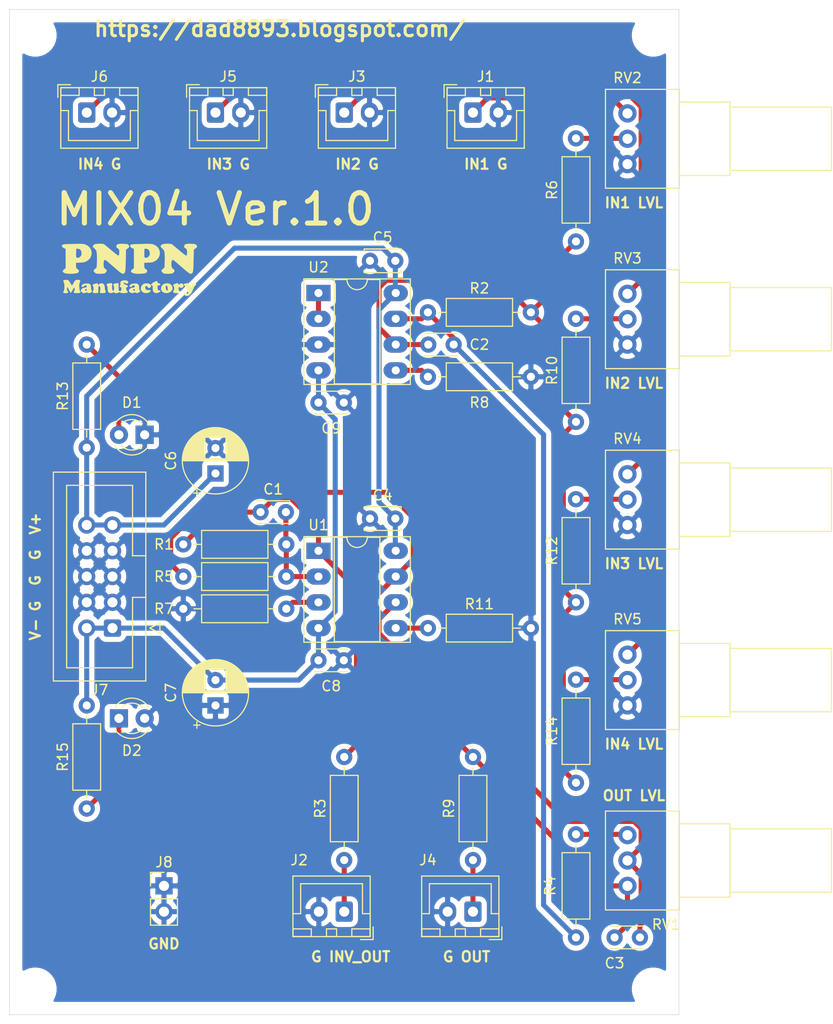
<source format=kicad_pcb>
(kicad_pcb (version 20171130) (host pcbnew "(5.1.6)-1")
  (title_block (title MIC04) (date 2021-07-01) (rev "Ver. 1.0") (company "PNPN Manufactory"))
  (layers (0 F.Cu signal) (31 B.Cu signal) (34 B.Paste user) (35 F.Paste user) (36 B.SilkS user) (37 F.SilkS user) (38 B.Mask user) (39 F.Mask user) (44 Edge.Cuts user))
  (net 0 "")
  (net 1 "Net-(C1-Pad2)")
  (net 2 "Net-(C1-Pad1)")
  (net 3 "Net-(C2-Pad2)")
  (net 4 "Net-(C2-Pad1)")
  (net 5 "Net-(C3-Pad2)")
  (net 6 "Net-(C3-Pad1)")
  (net 7 +12V)
  (net 8 GND)
  (net 9 -12V)
  (net 10 "Net-(D1-Pad2)")
  (net 11 "Net-(D2-Pad1)")
  (net 12 "Net-(J1-Pad1)")
  (net 13 "Net-(J2-Pad1)")
  (net 14 "Net-(J3-Pad1)")
  (net 15 "Net-(J4-Pad1)")
  (net 16 "Net-(J5-Pad1)")
  (net 17 "Net-(J6-Pad1)")
  (net 18 "Net-(R4-Pad1)")
  (net 19 "Net-(R6-Pad2)")
  (net 20 "Net-(R7-Pad1)")
  (net 21 "Net-(R8-Pad1)")
  (net 22 "Net-(R10-Pad2)")
  (net 23 "Net-(R11-Pad1)")
  (net 24 "Net-(R12-Pad2)")
  (net 25 "Net-(R14-Pad2)")
  (net 26 "Net-(U2-Pad1)")
  (module myfootprint:Silk_PNPN_Manufactory_600dpi (layer F.Cu) (at 113.41 73.63)
    (fp_text reference G*** hide)
    (fp_text value LOGO hide)
  )
  (module MountingHole:MountingHole_3.2mm_M3 (layer F.Cu) (at 165.1 144.78)
    (fp_text reference H4)
    (fp_text value MountingHole)
    (pad 1 np_thru_hole circle (at 0 0) (size 3.2 3.2) (drill 3.2) (layers *.Cu *.Mask))
  )
  (module MountingHole:MountingHole_3.2mm_M3 (layer F.Cu) (at 104.14 144.78)
    (fp_text reference H3)
    (fp_text value MountingHole)
    (pad 1 np_thru_hole circle (at 0 0) (size 3.2 3.2) (drill 3.2) (layers *.Cu *.Mask))
  )
  (module MountingHole:MountingHole_3.2mm_M3 (layer F.Cu) (at 165.1 50.8)
    (fp_text reference H2)
    (fp_text value MountingHole)
    (pad 1 np_thru_hole circle (at 0 0) (size 3.2 3.2) (drill 3.2) (layers *.Cu *.Mask))
  )
  (module MountingHole:MountingHole_3.2mm_M3 (layer F.Cu) (at 104.14 50.8)
    (fp_text reference H1)
    (fp_text value MountingHole)
    (pad 1 np_thru_hole circle (at 0 0) (size 3.2 3.2) (drill 3.2) (layers *.Cu *.Mask))
  )
  (module Package_DIP:DIP-8_W7.62mm_Socket_LongPads (layer F.Cu) (at 132.08 101.6)
    (fp_text reference U1 (at 0 -2.54) (layer F.SilkS))
    (fp_text value NJM4580)
    (pad 8 thru_hole oval (at 7.62 0) (size 2.4 1.6) (drill 0.8) (layers *.Cu *.Mask) (net 7 +12V))
    (pad 4 thru_hole oval (at 0 7.62) (size 2.4 1.6) (drill 0.8) (layers *.Cu *.Mask) (net 9 -12V))
    (pad 7 thru_hole oval (at 7.62 2.54) (size 2.4 1.6) (drill 0.8) (layers *.Cu *.Mask) (net 6 "Net-(C3-Pad1)"))
    (pad 3 thru_hole oval (at 0 5.08) (size 2.4 1.6) (drill 0.8) (layers *.Cu *.Mask) (net 20 "Net-(R7-Pad1)"))
    (pad 6 thru_hole oval (at 7.62 5.08) (size 2.4 1.6) (drill 0.8) (layers *.Cu *.Mask) (net 5 "Net-(C3-Pad2)"))
    (pad 2 thru_hole oval (at 0 2.54) (size 2.4 1.6) (drill 0.8) (layers *.Cu *.Mask) (net 1 "Net-(C1-Pad2)"))
    (pad 5 thru_hole oval (at 7.62 7.62) (size 2.4 1.6) (drill 0.8) (layers *.Cu *.Mask) (net 23 "Net-(R11-Pad1)"))
    (pad 1 thru_hole rect (at 0 0) (size 2.4 1.6) (drill 0.8) (layers *.Cu *.Mask) (net 2 "Net-(C1-Pad1)"))
  )
  (module Package_DIP:DIP-8_W7.62mm_Socket_LongPads (layer F.Cu) (at 132.08 76.2)
    (fp_text reference U2 (at 0 -2.54) (layer F.SilkS))
    (fp_text value NJM4580)
    (pad 8 thru_hole oval (at 7.62 0) (size 2.4 1.6) (drill 0.8) (layers *.Cu *.Mask) (net 7 +12V))
    (pad 4 thru_hole oval (at 0 7.62) (size 2.4 1.6) (drill 0.8) (layers *.Cu *.Mask) (net 9 -12V))
    (pad 7 thru_hole oval (at 7.62 2.54) (size 2.4 1.6) (drill 0.8) (layers *.Cu *.Mask) (net 4 "Net-(C2-Pad1)"))
    (pad 3 thru_hole oval (at 0 5.08) (size 2.4 1.6) (drill 0.8) (layers *.Cu *.Mask) (net 8 GND))
    (pad 6 thru_hole oval (at 7.62 5.08) (size 2.4 1.6) (drill 0.8) (layers *.Cu *.Mask) (net 3 "Net-(C2-Pad2)"))
    (pad 2 thru_hole oval (at 0 2.54) (size 2.4 1.6) (drill 0.8) (layers *.Cu *.Mask) (net 26 "Net-(U2-Pad1)"))
    (pad 5 thru_hole oval (at 7.62 7.62) (size 2.4 1.6) (drill 0.8) (layers *.Cu *.Mask) (net 21 "Net-(R8-Pad1)"))
    (pad 1 thru_hole rect (at 0 0) (size 2.4 1.6) (drill 0.8) (layers *.Cu *.Mask) (net 26 "Net-(U2-Pad1)"))
  )
  (module Potentiometer_THT:Potentiometer_Alps_RK097_Single_Horizontal (layer F.Cu) (at 162.56 116.84)
    (fp_text reference RV5 (at 0 -8.5) (layer F.SilkS))
    (fp_text value 50k/A)
    (pad 1 thru_hole circle (at 0 0) (size 1.8 1.8) (drill 1) (layers *.Cu *.Mask) (net 8 GND))
    (pad 2 thru_hole circle (at 0 -2.5) (size 1.8 1.8) (drill 1) (layers *.Cu *.Mask) (net 25 "Net-(R14-Pad2)"))
    (pad 3 thru_hole circle (at 0 -5) (size 1.8 1.8) (drill 1) (layers *.Cu *.Mask) (net 17 "Net-(J6-Pad1)"))
  )
  (module Potentiometer_THT:Potentiometer_Alps_RK097_Single_Horizontal (layer F.Cu) (at 162.56 99.06)
    (fp_text reference RV4 (at 0 -8.5) (layer F.SilkS))
    (fp_text value 50k/A)
    (pad 1 thru_hole circle (at 0 0) (size 1.8 1.8) (drill 1) (layers *.Cu *.Mask) (net 8 GND))
    (pad 2 thru_hole circle (at 0 -2.5) (size 1.8 1.8) (drill 1) (layers *.Cu *.Mask) (net 24 "Net-(R12-Pad2)"))
    (pad 3 thru_hole circle (at 0 -5) (size 1.8 1.8) (drill 1) (layers *.Cu *.Mask) (net 16 "Net-(J5-Pad1)"))
  )
  (module Potentiometer_THT:Potentiometer_Alps_RK097_Single_Horizontal (layer F.Cu) (at 162.56 81.28)
    (fp_text reference RV3 (at 0 -8.5) (layer F.SilkS))
    (fp_text value 50k/A)
    (pad 1 thru_hole circle (at 0 0) (size 1.8 1.8) (drill 1) (layers *.Cu *.Mask) (net 8 GND))
    (pad 2 thru_hole circle (at 0 -2.5) (size 1.8 1.8) (drill 1) (layers *.Cu *.Mask) (net 22 "Net-(R10-Pad2)"))
    (pad 3 thru_hole circle (at 0 -5) (size 1.8 1.8) (drill 1) (layers *.Cu *.Mask) (net 14 "Net-(J3-Pad1)"))
  )
  (module Potentiometer_THT:Potentiometer_Alps_RK097_Single_Horizontal (layer F.Cu) (at 162.56 63.5)
    (fp_text reference RV2 (at 0 -8.5) (layer F.SilkS))
    (fp_text value 50k/A)
    (pad 1 thru_hole circle (at 0 0) (size 1.8 1.8) (drill 1) (layers *.Cu *.Mask) (net 8 GND))
    (pad 2 thru_hole circle (at 0 -2.5) (size 1.8 1.8) (drill 1) (layers *.Cu *.Mask) (net 19 "Net-(R6-Pad2)"))
    (pad 3 thru_hole circle (at 0 -5) (size 1.8 1.8) (drill 1) (layers *.Cu *.Mask) (net 12 "Net-(J1-Pad1)"))
  )
  (module Potentiometer_THT:Potentiometer_Alps_RK097_Single_Horizontal (layer F.Cu) (at 162.56 134.62)
    (fp_text reference RV1 (at 3.81 3.81) (layer F.SilkS))
    (fp_text value 50kB)
    (pad 1 thru_hole circle (at 0 0) (size 1.8 1.8) (drill 1) (layers *.Cu *.Mask) (net 6 "Net-(C3-Pad1)"))
    (pad 2 thru_hole circle (at 0 -2.5) (size 1.8 1.8) (drill 1) (layers *.Cu *.Mask) (net 5 "Net-(C3-Pad2)"))
    (pad 3 thru_hole circle (at 0 -5) (size 1.8 1.8) (drill 1) (layers *.Cu *.Mask) (net 18 "Net-(R4-Pad1)"))
  )
  (module Resistor_THT:R_Axial_DIN0207_L6.3mm_D2.5mm_P10.16mm_Horizontal (layer F.Cu) (at 109.22 127 90)
    (fp_text reference R15 (at 5.08 -2.37 90) (layer F.SilkS))
    (fp_text value 4.7k)
    (pad 2 thru_hole oval (at 10.16 0 90) (size 1.6 1.6) (drill 0.8) (layers *.Cu *.Mask) (net 9 -12V))
    (pad 1 thru_hole circle (at 0 0 90) (size 1.6 1.6) (drill 0.8) (layers *.Cu *.Mask) (net 11 "Net-(D2-Pad1)"))
  )
  (module Resistor_THT:R_Axial_DIN0207_L6.3mm_D2.5mm_P10.16mm_Horizontal (layer F.Cu) (at 157.48 124.46 90)
    (fp_text reference R14 (at 5.08 -2.37 90) (layer F.SilkS))
    (fp_text value 68k)
    (pad 2 thru_hole oval (at 10.16 0 90) (size 1.6 1.6) (drill 0.8) (layers *.Cu *.Mask) (net 25 "Net-(R14-Pad2)"))
    (pad 1 thru_hole circle (at 0 0 90) (size 1.6 1.6) (drill 0.8) (layers *.Cu *.Mask) (net 3 "Net-(C2-Pad2)"))
  )
  (module Resistor_THT:R_Axial_DIN0207_L6.3mm_D2.5mm_P10.16mm_Horizontal (layer F.Cu) (at 109.22 91.44 90)
    (fp_text reference R13 (at 5.08 -2.37 90) (layer F.SilkS))
    (fp_text value 4.7k)
    (pad 2 thru_hole oval (at 10.16 0 90) (size 1.6 1.6) (drill 0.8) (layers *.Cu *.Mask) (net 10 "Net-(D1-Pad2)"))
    (pad 1 thru_hole circle (at 0 0 90) (size 1.6 1.6) (drill 0.8) (layers *.Cu *.Mask) (net 7 +12V))
  )
  (module Resistor_THT:R_Axial_DIN0207_L6.3mm_D2.5mm_P10.16mm_Horizontal (layer F.Cu) (at 157.48 106.68 90)
    (fp_text reference R12 (at 5.08 -2.37 90) (layer F.SilkS))
    (fp_text value 68k)
    (pad 2 thru_hole oval (at 10.16 0 90) (size 1.6 1.6) (drill 0.8) (layers *.Cu *.Mask) (net 24 "Net-(R12-Pad2)"))
    (pad 1 thru_hole circle (at 0 0 90) (size 1.6 1.6) (drill 0.8) (layers *.Cu *.Mask) (net 3 "Net-(C2-Pad2)"))
  )
  (module Resistor_THT:R_Axial_DIN0207_L6.3mm_D2.5mm_P10.16mm_Horizontal (layer F.Cu) (at 142.875 109.22)
    (fp_text reference R11 (at 5.08 -2.37) (layer F.SilkS))
    (fp_text value 56k)
    (pad 2 thru_hole oval (at 10.16 0) (size 1.6 1.6) (drill 0.8) (layers *.Cu *.Mask) (net 8 GND))
    (pad 1 thru_hole circle (at 0 0) (size 1.6 1.6) (drill 0.8) (layers *.Cu *.Mask) (net 23 "Net-(R11-Pad1)"))
  )
  (module Resistor_THT:R_Axial_DIN0207_L6.3mm_D2.5mm_P10.16mm_Horizontal (layer F.Cu) (at 157.48 88.9 90)
    (fp_text reference R10 (at 5.08 -2.37 90) (layer F.SilkS))
    (fp_text value 68k)
    (pad 2 thru_hole oval (at 10.16 0 90) (size 1.6 1.6) (drill 0.8) (layers *.Cu *.Mask) (net 22 "Net-(R10-Pad2)"))
    (pad 1 thru_hole circle (at 0 0 90) (size 1.6 1.6) (drill 0.8) (layers *.Cu *.Mask) (net 3 "Net-(C2-Pad2)"))
  )
  (module Resistor_THT:R_Axial_DIN0207_L6.3mm_D2.5mm_P10.16mm_Horizontal (layer F.Cu) (at 147.32 132.08 90)
    (fp_text reference R9 (at 5.08 -2.37 90) (layer F.SilkS))
    (fp_text value 1k)
    (pad 2 thru_hole oval (at 10.16 0 90) (size 1.6 1.6) (drill 0.8) (layers *.Cu *.Mask) (net 6 "Net-(C3-Pad1)"))
    (pad 1 thru_hole circle (at 0 0 90) (size 1.6 1.6) (drill 0.8) (layers *.Cu *.Mask) (net 15 "Net-(J4-Pad1)"))
  )
  (module Resistor_THT:R_Axial_DIN0207_L6.3mm_D2.5mm_P10.16mm_Horizontal (layer F.Cu) (at 142.875 84.455)
    (fp_text reference R8 (at 5.08 2.54) (layer F.SilkS))
    (fp_text value 33k)
    (pad 2 thru_hole oval (at 10.16 0) (size 1.6 1.6) (drill 0.8) (layers *.Cu *.Mask) (net 8 GND))
    (pad 1 thru_hole circle (at 0 0) (size 1.6 1.6) (drill 0.8) (layers *.Cu *.Mask) (net 21 "Net-(R8-Pad1)"))
  )
  (module Resistor_THT:R_Axial_DIN0207_L6.3mm_D2.5mm_P10.16mm_Horizontal (layer F.Cu) (at 128.905 107.315 180)
    (fp_text reference R7 (at 12.065 0) (layer F.SilkS))
    (fp_text value 56k)
    (pad 2 thru_hole oval (at 10.16 0 180) (size 1.6 1.6) (drill 0.8) (layers *.Cu *.Mask) (net 8 GND))
    (pad 1 thru_hole circle (at 0 0 180) (size 1.6 1.6) (drill 0.8) (layers *.Cu *.Mask) (net 20 "Net-(R7-Pad1)"))
  )
  (module Resistor_THT:R_Axial_DIN0207_L6.3mm_D2.5mm_P10.16mm_Horizontal (layer F.Cu) (at 157.48 71.12 90)
    (fp_text reference R6 (at 5.08 -2.37 90) (layer F.SilkS))
    (fp_text value 68k)
    (pad 2 thru_hole oval (at 10.16 0 90) (size 1.6 1.6) (drill 0.8) (layers *.Cu *.Mask) (net 19 "Net-(R6-Pad2)"))
    (pad 1 thru_hole circle (at 0 0 90) (size 1.6 1.6) (drill 0.8) (layers *.Cu *.Mask) (net 3 "Net-(C2-Pad2)"))
  )
  (module Resistor_THT:R_Axial_DIN0207_L6.3mm_D2.5mm_P10.16mm_Horizontal (layer F.Cu) (at 128.905 104.14 180)
    (fp_text reference R5 (at 12.065 0) (layer F.SilkS))
    (fp_text value 100k)
    (pad 2 thru_hole oval (at 10.16 0 180) (size 1.6 1.6) (drill 0.8) (layers *.Cu *.Mask) (net 6 "Net-(C3-Pad1)"))
    (pad 1 thru_hole circle (at 0 0 180) (size 1.6 1.6) (drill 0.8) (layers *.Cu *.Mask) (net 1 "Net-(C1-Pad2)"))
  )
  (module Resistor_THT:R_Axial_DIN0207_L6.3mm_D2.5mm_P10.16mm_Horizontal (layer F.Cu) (at 157.48 129.54 270)
    (fp_text reference R4 (at 5.08 2.54 90) (layer F.SilkS))
    (fp_text value 15k)
    (pad 2 thru_hole oval (at 10.16 0 270) (size 1.6 1.6) (drill 0.8) (layers *.Cu *.Mask) (net 4 "Net-(C2-Pad1)"))
    (pad 1 thru_hole circle (at 0 0 270) (size 1.6 1.6) (drill 0.8) (layers *.Cu *.Mask) (net 18 "Net-(R4-Pad1)"))
  )
  (module Resistor_THT:R_Axial_DIN0207_L6.3mm_D2.5mm_P10.16mm_Horizontal (layer F.Cu) (at 134.62 132.08 90)
    (fp_text reference R3 (at 5.08 -2.37 90) (layer F.SilkS))
    (fp_text value 1k)
    (pad 2 thru_hole oval (at 10.16 0 90) (size 1.6 1.6) (drill 0.8) (layers *.Cu *.Mask) (net 2 "Net-(C1-Pad1)"))
    (pad 1 thru_hole circle (at 0 0 90) (size 1.6 1.6) (drill 0.8) (layers *.Cu *.Mask) (net 13 "Net-(J2-Pad1)"))
  )
  (module Resistor_THT:R_Axial_DIN0207_L6.3mm_D2.5mm_P10.16mm_Horizontal (layer F.Cu) (at 142.875 78.105)
    (fp_text reference R2 (at 5.08 -2.37) (layer F.SilkS))
    (fp_text value 100k)
    (pad 2 thru_hole oval (at 10.16 0) (size 1.6 1.6) (drill 0.8) (layers *.Cu *.Mask) (net 3 "Net-(C2-Pad2)"))
    (pad 1 thru_hole circle (at 0 0) (size 1.6 1.6) (drill 0.8) (layers *.Cu *.Mask) (net 4 "Net-(C2-Pad1)"))
  )
  (module Resistor_THT:R_Axial_DIN0207_L6.3mm_D2.5mm_P10.16mm_Horizontal (layer F.Cu) (at 118.745 100.965)
    (fp_text reference R1 (at -1.905 0) (layer F.SilkS))
    (fp_text value 100k)
    (pad 2 thru_hole oval (at 10.16 0) (size 1.6 1.6) (drill 0.8) (layers *.Cu *.Mask) (net 1 "Net-(C1-Pad2)"))
    (pad 1 thru_hole circle (at 0 0) (size 1.6 1.6) (drill 0.8) (layers *.Cu *.Mask) (net 2 "Net-(C1-Pad1)"))
  )
  (module Connector_PinHeader_2.54mm:PinHeader_1x02_P2.54mm_Vertical (layer F.Cu) (at 116.84 134.62)
    (fp_text reference J8 (at 0 -2.33) (layer F.SilkS))
    (fp_text value TP_GND)
    (pad 2 thru_hole oval (at 0 2.54) (size 1.7 1.7) (drill 1) (layers *.Cu *.Mask) (net 8 GND))
    (pad 1 thru_hole rect (at 0 0) (size 1.7 1.7) (drill 1) (layers *.Cu *.Mask) (net 8 GND))
  )
  (module Connector_IDC:IDC-Header_2x05_P2.54mm_Vertical (layer F.Cu) (at 111.76 109.22 180)
    (fp_text reference J7 (at 1.27 -6.1) (layer F.SilkS))
    (fp_text value ERK_PWR)
    (pad 10 thru_hole circle (at 2.54 10.16 180) (size 1.7 1.7) (drill 1) (layers *.Cu *.Mask) (net 7 +12V))
    (pad 8 thru_hole circle (at 2.54 7.62 180) (size 1.7 1.7) (drill 1) (layers *.Cu *.Mask) (net 8 GND))
    (pad 6 thru_hole circle (at 2.54 5.08 180) (size 1.7 1.7) (drill 1) (layers *.Cu *.Mask) (net 8 GND))
    (pad 4 thru_hole circle (at 2.54 2.54 180) (size 1.7 1.7) (drill 1) (layers *.Cu *.Mask) (net 8 GND))
    (pad 2 thru_hole circle (at 2.54 0 180) (size 1.7 1.7) (drill 1) (layers *.Cu *.Mask) (net 9 -12V))
    (pad 9 thru_hole circle (at 0 10.16 180) (size 1.7 1.7) (drill 1) (layers *.Cu *.Mask) (net 7 +12V))
    (pad 7 thru_hole circle (at 0 7.62 180) (size 1.7 1.7) (drill 1) (layers *.Cu *.Mask) (net 8 GND))
    (pad 5 thru_hole circle (at 0 5.08 180) (size 1.7 1.7) (drill 1) (layers *.Cu *.Mask) (net 8 GND))
    (pad 3 thru_hole circle (at 0 2.54 180) (size 1.7 1.7) (drill 1) (layers *.Cu *.Mask) (net 8 GND))
    (pad 1 thru_hole roundrect (at 0 0 180) (size 1.7 1.7) (drill 1) (layers *.Cu *.Mask) (roundrect_rratio 0.147059) (net 9 -12V))
  )
  (module Connector_JST:JST_XH_B2B-XH-A_1x02_P2.50mm_Vertical (layer F.Cu) (at 109.22 58.42)
    (fp_text reference J6 (at 1.25 -3.55) (layer F.SilkS))
    (fp_text value IN4)
    (pad 2 thru_hole oval (at 2.5 0) (size 1.7 2) (drill 1) (layers *.Cu *.Mask) (net 8 GND))
    (pad 1 thru_hole roundrect (at 0 0) (size 1.7 2) (drill 1) (layers *.Cu *.Mask) (roundrect_rratio 0.147059) (net 17 "Net-(J6-Pad1)"))
  )
  (module Connector_JST:JST_XH_B2B-XH-A_1x02_P2.50mm_Vertical (layer F.Cu) (at 121.92 58.42)
    (fp_text reference J5 (at 1.25 -3.55) (layer F.SilkS))
    (fp_text value IN3)
    (pad 2 thru_hole oval (at 2.5 0) (size 1.7 2) (drill 1) (layers *.Cu *.Mask) (net 8 GND))
    (pad 1 thru_hole roundrect (at 0 0) (size 1.7 2) (drill 1) (layers *.Cu *.Mask) (roundrect_rratio 0.147059) (net 16 "Net-(J5-Pad1)"))
  )
  (module Connector_JST:JST_XH_B2B-XH-A_1x02_P2.50mm_Vertical (layer F.Cu) (at 147.32 137.16 180)
    (fp_text reference J4 (at 4.445 5.08) (layer F.SilkS))
    (fp_text value OUT)
    (pad 2 thru_hole oval (at 2.5 0 180) (size 1.7 2) (drill 1) (layers *.Cu *.Mask) (net 8 GND))
    (pad 1 thru_hole roundrect (at 0 0 180) (size 1.7 2) (drill 1) (layers *.Cu *.Mask) (roundrect_rratio 0.147059) (net 15 "Net-(J4-Pad1)"))
  )
  (module Connector_JST:JST_XH_B2B-XH-A_1x02_P2.50mm_Vertical (layer F.Cu) (at 134.62 58.42)
    (fp_text reference J3 (at 1.25 -3.55) (layer F.SilkS))
    (fp_text value IN2)
    (pad 2 thru_hole oval (at 2.5 0) (size 1.7 2) (drill 1) (layers *.Cu *.Mask) (net 8 GND))
    (pad 1 thru_hole roundrect (at 0 0) (size 1.7 2) (drill 1) (layers *.Cu *.Mask) (roundrect_rratio 0.147059) (net 14 "Net-(J3-Pad1)"))
  )
  (module Connector_JST:JST_XH_B2B-XH-A_1x02_P2.50mm_Vertical (layer F.Cu) (at 134.62 137.16 180)
    (fp_text reference J2 (at 4.445 5.08) (layer F.SilkS))
    (fp_text value INV_OUT)
    (pad 2 thru_hole oval (at 2.5 0 180) (size 1.7 2) (drill 1) (layers *.Cu *.Mask) (net 8 GND))
    (pad 1 thru_hole roundrect (at 0 0 180) (size 1.7 2) (drill 1) (layers *.Cu *.Mask) (roundrect_rratio 0.147059) (net 13 "Net-(J2-Pad1)"))
  )
  (module Connector_JST:JST_XH_B2B-XH-A_1x02_P2.50mm_Vertical (layer F.Cu) (at 147.32 58.42)
    (fp_text reference J1 (at 1.25 -3.55) (layer F.SilkS))
    (fp_text value IN1)
    (pad 2 thru_hole oval (at 2.5 0) (size 1.7 2) (drill 1) (layers *.Cu *.Mask) (net 8 GND))
    (pad 1 thru_hole roundrect (at 0 0) (size 1.7 2) (drill 1) (layers *.Cu *.Mask) (roundrect_rratio 0.147059) (net 12 "Net-(J1-Pad1)"))
  )
  (module LED_THT:LED_D3.0mm (layer F.Cu) (at 112.395 118.11)
    (fp_text reference D2 (at 1.27 3.175) (layer F.SilkS))
    (fp_text value LED)
    (pad 2 thru_hole circle (at 2.54 0) (size 1.8 1.8) (drill 0.9) (layers *.Cu *.Mask) (net 8 GND))
    (pad 1 thru_hole rect (at 0 0) (size 1.8 1.8) (drill 0.9) (layers *.Cu *.Mask) (net 11 "Net-(D2-Pad1)"))
  )
  (module LED_THT:LED_D3.0mm (layer F.Cu) (at 114.935 90.17 180)
    (fp_text reference D1 (at 1.27 3.175) (layer F.SilkS))
    (fp_text value LED)
    (pad 2 thru_hole circle (at 2.54 0 180) (size 1.8 1.8) (drill 0.9) (layers *.Cu *.Mask) (net 10 "Net-(D1-Pad2)"))
    (pad 1 thru_hole rect (at 0 0 180) (size 1.8 1.8) (drill 0.9) (layers *.Cu *.Mask) (net 8 GND))
  )
  (module Capacitor_THT:C_Disc_D3.0mm_W2.0mm_P2.50mm (layer F.Cu) (at 132.08 86.995)
    (fp_text reference C9 (at 1.25 2.54) (layer F.SilkS))
    (fp_text value 0.1u)
    (pad 2 thru_hole circle (at 2.5 0) (size 1.6 1.6) (drill 0.8) (layers *.Cu *.Mask) (net 8 GND))
    (pad 1 thru_hole circle (at 0 0) (size 1.6 1.6) (drill 0.8) (layers *.Cu *.Mask) (net 9 -12V))
  )
  (module Capacitor_THT:C_Disc_D3.0mm_W2.0mm_P2.50mm (layer F.Cu) (at 132.08 112.395)
    (fp_text reference C8 (at 1.25 2.54) (layer F.SilkS))
    (fp_text value 0.1u)
    (pad 2 thru_hole circle (at 2.5 0) (size 1.6 1.6) (drill 0.8) (layers *.Cu *.Mask) (net 8 GND))
    (pad 1 thru_hole circle (at 0 0) (size 1.6 1.6) (drill 0.8) (layers *.Cu *.Mask) (net 9 -12V))
  )
  (module Capacitor_THT:CP_Radial_D6.3mm_P2.50mm (layer F.Cu) (at 121.92 116.84 90)
    (fp_text reference C7 (at 1.25 -4.4 90) (layer F.SilkS))
    (fp_text value 100u)
    (pad 2 thru_hole circle (at 2.5 0 90) (size 1.6 1.6) (drill 0.8) (layers *.Cu *.Mask) (net 9 -12V))
    (pad 1 thru_hole rect (at 0 0 90) (size 1.6 1.6) (drill 0.8) (layers *.Cu *.Mask) (net 8 GND))
  )
  (module Capacitor_THT:CP_Radial_D6.3mm_P2.50mm (layer F.Cu) (at 121.92 93.98 90)
    (fp_text reference C6 (at 1.25 -4.4 90) (layer F.SilkS))
    (fp_text value 100u)
    (pad 2 thru_hole circle (at 2.5 0 90) (size 1.6 1.6) (drill 0.8) (layers *.Cu *.Mask) (net 8 GND))
    (pad 1 thru_hole rect (at 0 0 90) (size 1.6 1.6) (drill 0.8) (layers *.Cu *.Mask) (net 7 +12V))
  )
  (module Capacitor_THT:C_Disc_D3.4mm_W2.1mm_P2.50mm (layer F.Cu) (at 137.16 73.025)
    (fp_text reference C5 (at 1.25 -2.3) (layer F.SilkS))
    (fp_text value 0.1u)
    (pad 2 thru_hole circle (at 2.5 0) (size 1.6 1.6) (drill 0.8) (layers *.Cu *.Mask) (net 7 +12V))
    (pad 1 thru_hole circle (at 0 0) (size 1.6 1.6) (drill 0.8) (layers *.Cu *.Mask) (net 8 GND))
  )
  (module Capacitor_THT:C_Disc_D3.4mm_W2.1mm_P2.50mm (layer F.Cu) (at 137.16 98.425)
    (fp_text reference C4 (at 1.25 -2.3) (layer F.SilkS))
    (fp_text value 0.1u)
    (pad 2 thru_hole circle (at 2.5 0) (size 1.6 1.6) (drill 0.8) (layers *.Cu *.Mask) (net 7 +12V))
    (pad 1 thru_hole circle (at 0 0) (size 1.6 1.6) (drill 0.8) (layers *.Cu *.Mask) (net 8 GND))
  )
  (module Capacitor_THT:C_Disc_D3.0mm_W2.0mm_P2.50mm (layer F.Cu) (at 161.29 139.7)
    (fp_text reference C3 (at 0 2.54) (layer F.SilkS))
    (fp_text value "10p(optional)")
    (pad 2 thru_hole circle (at 2.5 0) (size 1.6 1.6) (drill 0.8) (layers *.Cu *.Mask) (net 5 "Net-(C3-Pad2)"))
    (pad 1 thru_hole circle (at 0 0) (size 1.6 1.6) (drill 0.8) (layers *.Cu *.Mask) (net 6 "Net-(C3-Pad1)"))
  )
  (module Capacitor_THT:C_Disc_D3.0mm_W2.0mm_P2.50mm (layer F.Cu) (at 145.415 81.28 180)
    (fp_text reference C2 (at -2.54 0) (layer F.SilkS))
    (fp_text value "10p(optional)")
    (pad 2 thru_hole circle (at 2.5 0 180) (size 1.6 1.6) (drill 0.8) (layers *.Cu *.Mask) (net 3 "Net-(C2-Pad2)"))
    (pad 1 thru_hole circle (at 0 0 180) (size 1.6 1.6) (drill 0.8) (layers *.Cu *.Mask) (net 4 "Net-(C2-Pad1)"))
  )
  (module Capacitor_THT:C_Disc_D3.0mm_W2.0mm_P2.50mm (layer F.Cu) (at 126.365 97.79)
    (fp_text reference C1 (at 1.25 -2.25) (layer F.SilkS))
    (fp_text value "10p(optional)")
    (pad 2 thru_hole circle (at 2.5 0) (size 1.6 1.6) (drill 0.8) (layers *.Cu *.Mask) (net 1 "Net-(C1-Pad2)"))
    (pad 1 thru_hole circle (at 0 0) (size 1.6 1.6) (drill 0.8) (layers *.Cu *.Mask) (net 2 "Net-(C1-Pad1)"))
  )
  (gr_text "V- G  G  G  V+" (at 104.14 104.14 90) (layer F.SilkS) (effects (font (size 1 1) (thickness 0.22))))
  (gr_text GND (at 116.84 140.335) (layer F.SilkS) (effects (font (size 1 1) (thickness 0.22))))
  (gr_text "G OUT" (at 146.685 141.605) (layer F.SilkS) (effects (font (size 1 1) (thickness 0.22))))
  (gr_text "G INV_OUT" (at 135.255 141.605) (layer F.SilkS) (effects (font (size 1 1) (thickness 0.22))))
  (gr_text "OUT LVL" (at 163.195 125.73) (layer F.SilkS) (effects (font (size 1 1) (thickness 0.22))))
  (gr_text "IN4 LVL" (at 163.195 120.65) (layer F.SilkS) (effects (font (size 1 1) (thickness 0.22))))
  (gr_text "IN3 LVL" (at 163.195 102.87) (layer F.SilkS) (effects (font (size 1 1) (thickness 0.22))))
  (gr_text "IN2 LVL" (at 163.195 85.09) (layer F.SilkS) (effects (font (size 1 1) (thickness 0.22))))
  (gr_text "IN1 LVL" (at 163.195 67.31) (layer F.SilkS) (effects (font (size 1 1) (thickness 0.22))))
  (gr_text "IN1 G" (at 148.59 63.5) (layer F.SilkS) (effects (font (size 1 1) (thickness 0.22))))
  (gr_text "IN2 G" (at 135.89 63.5) (layer F.SilkS) (effects (font (size 1 1) (thickness 0.22))))
  (gr_text "IN3 G" (at 123.19 63.5) (layer F.SilkS) (effects (font (size 1 1) (thickness 0.22))))
  (gr_text "IN4 G" (at 110.49 63.5) (layer F.SilkS) (effects (font (size 1 1) (thickness 0.22))))
  (gr_text https://dad8893.blogspot.com/ (at 128.27 50.165) (layer F.SilkS) (effects (font (size 1.5 1.5) (thickness 0.3))))
  (gr_text "MIX04 Ver.1.0" (at 121.92 67.945) (layer F.SilkS) (effects (font (size 3 3) (thickness 0.5))))
  (gr_line (start 101.6 147.32) (end 101.6 48.26) (layer Edge.Cuts) (width 0.05))
  (gr_line (start 167.64 147.32) (end 101.6 147.32) (layer Edge.Cuts) (width 0.05))
  (gr_line (start 167.64 48.26) (end 167.64 147.32) (layer Edge.Cuts) (width 0.05))
  (gr_line (start 101.6 48.26) (end 167.64 48.26) (layer Edge.Cuts) (width 0.05))
  (segment (start 128.865 100.925) (end 128.905 100.965) (width 0.5) (layer F.Cu) (net 1))
  (segment (start 128.865 97.79) (end 128.865 100.925) (width 0.5) (layer F.Cu) (net 1))
  (segment (start 128.905 100.965) (end 128.905 104.14) (width 0.5) (layer F.Cu) (net 1))
  (segment (start 128.905 104.14) (end 132.08 104.14) (width 0.5) (layer F.Cu) (net 1))
  (segment (start 121.92 97.79) (end 118.745 100.965) (width 0.5) (layer F.Cu) (net 2))
  (segment (start 126.365 97.79) (end 121.92 97.79) (width 0.5) (layer F.Cu) (net 2))
  (segment (start 127.615001 96.539999) (end 126.365 97.79) (width 0.5) (layer F.Cu) (net 2))
  (segment (start 129.465001 96.539999) (end 127.615001 96.539999) (width 0.5) (layer F.Cu) (net 2))
  (segment (start 132.08 99.154998) (end 129.465001 96.539999) (width 0.5) (layer F.Cu) (net 2))
  (segment (start 132.08 101.6) (end 132.08 99.154998) (width 0.5) (layer F.Cu) (net 2))
  (segment (start 135.830001 120.709999) (end 134.62 121.92) (width 0.5) (layer F.Cu) (net 2))
  (segment (start 135.830001 105.350001) (end 135.830001 120.709999) (width 0.5) (layer F.Cu) (net 2))
  (segment (start 132.08 101.6) (end 135.830001 105.350001) (width 0.5) (layer F.Cu) (net 2))
  (segment (start 139.7 81.28) (end 142.915 81.28) (width 0.5) (layer F.Cu) (net 3))
  (segment (start 156.229999 123.209999) (end 156.229999 107.930001) (width 0.5) (layer F.Cu) (net 3))
  (segment (start 156.229999 107.930001) (end 157.48 106.68) (width 0.5) (layer F.Cu) (net 3))
  (segment (start 157.48 124.46) (end 156.229999 123.209999) (width 0.5) (layer F.Cu) (net 3))
  (segment (start 156.229999 90.150001) (end 157.48 88.9) (width 0.5) (layer F.Cu) (net 3))
  (segment (start 156.229999 105.429999) (end 156.229999 90.150001) (width 0.5) (layer F.Cu) (net 3))
  (segment (start 157.48 106.68) (end 156.229999 105.429999) (width 0.5) (layer F.Cu) (net 3))
  (segment (start 138.782229 74.94999) (end 149.87999 74.94999) (width 0.5) (layer F.Cu) (net 3))
  (segment (start 138.04999 75.682229) (end 138.782229 74.94999) (width 0.5) (layer F.Cu) (net 3))
  (segment (start 149.87999 74.94999) (end 153.035 78.105) (width 0.5) (layer F.Cu) (net 3))
  (segment (start 138.04999 79.62999) (end 138.04999 75.682229) (width 0.5) (layer F.Cu) (net 3))
  (segment (start 139.7 81.28) (end 138.04999 79.62999) (width 0.5) (layer F.Cu) (net 3))
  (segment (start 153.035 78.105) (end 156.21 81.28) (width 0.5) (layer F.Cu) (net 3))
  (segment (start 156.21 87.63) (end 157.48 88.9) (width 0.5) (layer F.Cu) (net 3))
  (segment (start 156.21 81.28) (end 156.21 87.63) (width 0.5) (layer F.Cu) (net 3))
  (segment (start 153.035 78.105) (end 156.21 74.93) (width 0.5) (layer F.Cu) (net 3))
  (segment (start 156.21 74.93) (end 156.21 72.39) (width 0.5) (layer F.Cu) (net 3))
  (segment (start 156.21 72.39) (end 157.48 71.12) (width 0.5) (layer F.Cu) (net 3))
  (segment (start 142.24 78.74) (end 142.875 78.105) (width 0.5) (layer F.Cu) (net 4))
  (segment (start 139.7 78.74) (end 142.24 78.74) (width 0.5) (layer F.Cu) (net 4))
  (segment (start 145.415 80.645) (end 142.875 78.105) (width 0.5) (layer F.Cu) (net 4))
  (segment (start 145.415 81.28) (end 145.415 80.645) (width 0.5) (layer F.Cu) (net 4))
  (segment (start 154.285001 136.505001) (end 154.285001 90.150001) (width 0.5) (layer B.Cu) (net 4))
  (segment (start 154.285001 90.150001) (end 145.415 81.28) (width 0.5) (layer B.Cu) (net 4))
  (segment (start 157.48 139.7) (end 154.285001 136.505001) (width 0.5) (layer B.Cu) (net 4))
  (segment (start 163.910001 133.470001) (end 162.56 132.12) (width 0.5) (layer F.Cu) (net 5))
  (segment (start 163.910001 138.448629) (end 163.910001 133.470001) (width 0.5) (layer F.Cu) (net 5))
  (segment (start 163.79 138.56863) (end 163.910001 138.448629) (width 0.5) (layer F.Cu) (net 5))
  (segment (start 163.79 139.7) (end 163.79 138.56863) (width 0.5) (layer F.Cu) (net 5))
  (segment (start 138.04999 108.33001) (end 139.7 106.68) (width 0.5) (layer F.Cu) (net 5))
  (segment (start 138.04999 109.737771) (end 138.04999 108.33001) (width 0.5) (layer F.Cu) (net 5))
  (segment (start 163.910001 130.769999) (end 163.910001 128.971999) (width 0.5) (layer F.Cu) (net 5))
  (segment (start 162.56 132.12) (end 163.910001 130.769999) (width 0.5) (layer F.Cu) (net 5))
  (segment (start 138.04999 109.737771) (end 156.582219 128.27) (width 0.5) (layer F.Cu) (net 5))
  (segment (start 163.208002 128.27) (end 163.910001 128.971999) (width 0.5) (layer F.Cu) (net 5))
  (segment (start 156.582219 128.27) (end 163.208002 128.27) (width 0.5) (layer F.Cu) (net 5))
  (segment (start 141.35001 102.48999) (end 139.7 104.14) (width 0.5) (layer F.Cu) (net 6))
  (segment (start 122.020009 95.839989) (end 138.924991 95.839989) (width 0.5) (layer F.Cu) (net 6))
  (segment (start 117.494999 100.364999) (end 122.020009 95.839989) (width 0.5) (layer F.Cu) (net 6))
  (segment (start 141.35001 98.265008) (end 141.35001 102.48999) (width 0.5) (layer F.Cu) (net 6))
  (segment (start 138.924991 95.839989) (end 141.35001 98.265008) (width 0.5) (layer F.Cu) (net 6))
  (segment (start 117.494999 102.889999) (end 117.494999 100.364999) (width 0.5) (layer F.Cu) (net 6))
  (segment (start 118.745 104.14) (end 117.494999 102.889999) (width 0.5) (layer F.Cu) (net 6))
  (segment (start 160.02 134.62) (end 162.56 134.62) (width 0.5) (layer F.Cu) (net 6))
  (segment (start 147.32 121.92) (end 160.02 134.62) (width 0.5) (layer F.Cu) (net 6))
  (segment (start 162.56 138.43) (end 161.29 139.7) (width 0.5) (layer F.Cu) (net 6))
  (segment (start 162.56 134.62) (end 162.56 138.43) (width 0.5) (layer F.Cu) (net 6))
  (segment (start 137.34998 106.49002) (end 139.7 104.14) (width 0.5) (layer F.Cu) (net 6))
  (segment (start 137.34998 111.94998) (end 137.34998 106.49002) (width 0.5) (layer F.Cu) (net 6))
  (segment (start 147.32 121.92) (end 137.34998 111.94998) (width 0.5) (layer F.Cu) (net 6))
  (segment (start 109.22 99.06) (end 111.76 99.06) (width 0.5) (layer B.Cu) (net 7))
  (segment (start 109.22 91.44) (end 109.22 99.06) (width 0.5) (layer B.Cu) (net 7))
  (segment (start 111.76 99.06) (end 116.84 99.06) (width 0.5) (layer B.Cu) (net 7))
  (segment (start 116.84 99.06) (end 121.92 93.98) (width 0.5) (layer B.Cu) (net 7))
  (segment (start 139.66 101.56) (end 139.7 101.6) (width 0.5) (layer B.Cu) (net 7))
  (segment (start 139.66 98.425) (end 139.66 101.56) (width 0.5) (layer B.Cu) (net 7))
  (segment (start 139.66 76.16) (end 139.7 76.2) (width 0.5) (layer B.Cu) (net 7))
  (segment (start 139.66 73.025) (end 139.66 76.16) (width 0.5) (layer B.Cu) (net 7))
  (segment (start 138.409999 71.774999) (end 123.805001 71.774999) (width 0.5) (layer B.Cu) (net 7))
  (segment (start 139.66 73.025) (end 138.409999 71.774999) (width 0.5) (layer B.Cu) (net 7))
  (segment (start 109.22 86.36) (end 109.22 91.44) (width 0.5) (layer B.Cu) (net 7))
  (segment (start 123.805001 71.774999) (end 109.22 86.36) (width 0.5) (layer B.Cu) (net 7))
  (segment (start 138.04999 96.81499) (end 139.66 98.425) (width 0.5) (layer B.Cu) (net 7))
  (segment (start 138.04999 77.85001) (end 138.04999 96.81499) (width 0.5) (layer B.Cu) (net 7))
  (segment (start 139.7 76.2) (end 138.04999 77.85001) (width 0.5) (layer B.Cu) (net 7))
  (segment (start 109.22 116.84) (end 109.22 109.22) (width 0.5) (layer B.Cu) (net 9))
  (segment (start 109.22 109.22) (end 111.76 109.22) (width 0.5) (layer B.Cu) (net 9))
  (segment (start 116.8 109.22) (end 121.92 114.34) (width 0.5) (layer B.Cu) (net 9))
  (segment (start 111.76 109.22) (end 116.8 109.22) (width 0.5) (layer B.Cu) (net 9))
  (segment (start 130.135 114.34) (end 132.08 112.395) (width 0.5) (layer B.Cu) (net 9))
  (segment (start 121.92 114.34) (end 130.135 114.34) (width 0.5) (layer B.Cu) (net 9))
  (segment (start 132.08 112.395) (end 132.08 109.22) (width 0.5) (layer B.Cu) (net 9))
  (segment (start 132.08 83.82) (end 132.08 86.995) (width 0.5) (layer B.Cu) (net 9))
  (segment (start 133.730001 88.645001) (end 132.08 86.995) (width 0.5) (layer B.Cu) (net 9))
  (segment (start 133.730001 107.569999) (end 133.730001 88.645001) (width 0.5) (layer B.Cu) (net 9))
  (segment (start 132.08 109.22) (end 133.730001 107.569999) (width 0.5) (layer B.Cu) (net 9))
  (segment (start 112.395 84.455) (end 109.22 81.28) (width 0.5) (layer F.Cu) (net 10))
  (segment (start 112.395 90.17) (end 112.395 84.455) (width 0.5) (layer F.Cu) (net 10))
  (segment (start 112.395 123.825) (end 109.22 127) (width 0.5) (layer F.Cu) (net 11))
  (segment (start 112.395 118.11) (end 112.395 123.825) (width 0.5) (layer F.Cu) (net 11))
  (segment (start 148.77001 56.96999) (end 147.32 58.42) (width 0.5) (layer F.Cu) (net 12))
  (segment (start 161.02999 56.96999) (end 148.77001 56.96999) (width 0.5) (layer F.Cu) (net 12))
  (segment (start 162.56 58.5) (end 161.02999 56.96999) (width 0.5) (layer F.Cu) (net 12))
  (segment (start 134.62 132.08) (end 134.62 137.16) (width 0.5) (layer F.Cu) (net 13))
  (segment (start 136.77002 56.26998) (end 134.62 58.42) (width 0.5) (layer F.Cu) (net 14))
  (segment (start 163.910001 74.929999) (end 163.910001 57.851999) (width 0.5) (layer F.Cu) (net 14))
  (segment (start 162.327982 56.26998) (end 136.77002 56.26998) (width 0.5) (layer F.Cu) (net 14))
  (segment (start 163.910001 57.851999) (end 162.327982 56.26998) (width 0.5) (layer F.Cu) (net 14))
  (segment (start 162.56 76.28) (end 163.910001 74.929999) (width 0.5) (layer F.Cu) (net 14))
  (segment (start 147.32 132.08) (end 147.32 137.16) (width 0.5) (layer F.Cu) (net 15))
  (segment (start 124.77003 55.56997) (end 121.92 58.42) (width 0.5) (layer F.Cu) (net 16))
  (segment (start 162.617935 55.56997) (end 124.77003 55.56997) (width 0.5) (layer F.Cu) (net 16))
  (segment (start 164.610011 92.009989) (end 164.610011 57.562046) (width 0.5) (layer F.Cu) (net 16))
  (segment (start 164.610011 57.562046) (end 162.617935 55.56997) (width 0.5) (layer F.Cu) (net 16))
  (segment (start 162.56 94.06) (end 164.610011 92.009989) (width 0.5) (layer F.Cu) (net 16))
  (segment (start 112.77004 54.86996) (end 109.22 58.42) (width 0.5) (layer F.Cu) (net 17))
  (segment (start 165.310021 57.272093) (end 162.907888 54.86996) (width 0.5) (layer F.Cu) (net 17))
  (segment (start 165.310021 109.089979) (end 165.310021 57.272093) (width 0.5) (layer F.Cu) (net 17))
  (segment (start 162.907888 54.86996) (end 112.77004 54.86996) (width 0.5) (layer F.Cu) (net 17))
  (segment (start 162.56 111.84) (end 165.310021 109.089979) (width 0.5) (layer F.Cu) (net 17))
  (segment (start 162.48 129.54) (end 162.56 129.62) (width 0.5) (layer F.Cu) (net 18))
  (segment (start 157.48 129.54) (end 162.48 129.54) (width 0.5) (layer F.Cu) (net 18))
  (segment (start 162.52 60.96) (end 162.56 61) (width 0.5) (layer F.Cu) (net 19))
  (segment (start 157.48 60.96) (end 162.52 60.96) (width 0.5) (layer F.Cu) (net 19))
  (segment (start 129.54 106.68) (end 128.905 107.315) (width 0.5) (layer F.Cu) (net 20))
  (segment (start 132.08 106.68) (end 129.54 106.68) (width 0.5) (layer F.Cu) (net 20))
  (segment (start 142.24 83.82) (end 142.875 84.455) (width 0.5) (layer F.Cu) (net 21))
  (segment (start 139.7 83.82) (end 142.24 83.82) (width 0.5) (layer F.Cu) (net 21))
  (segment (start 162.52 78.74) (end 162.56 78.78) (width 0.5) (layer F.Cu) (net 22))
  (segment (start 157.48 78.74) (end 162.52 78.74) (width 0.5) (layer F.Cu) (net 22))
  (segment (start 139.7 109.22) (end 142.875 109.22) (width 0.5) (layer F.Cu) (net 23))
  (segment (start 162.52 96.52) (end 162.56 96.56) (width 0.5) (layer F.Cu) (net 24))
  (segment (start 157.48 96.52) (end 162.52 96.52) (width 0.5) (layer F.Cu) (net 24))
  (segment (start 162.52 114.3) (end 162.56 114.34) (width 0.5) (layer F.Cu) (net 25))
  (segment (start 157.48 114.3) (end 162.52 114.3) (width 0.5) (layer F.Cu) (net 25))
  (segment (start 132.08 76.2) (end 132.08 78.74) (width 0.5) (layer F.Cu) (net 26))
  (zone (net 8) (net_name GND) (layer B.Cu) (connect_pads (clearance 0.508)) (min_thickness 0.254) (fill yes (arc_segments 32) (thermal_gap 0.508) (thermal_bridge_width 0.508))
    (polygon (pts (xy 166.37 146.05) (xy 102.87 146.05) (xy 102.87 49.53) (xy 166.37 49.53)))
  )
)
</source>
